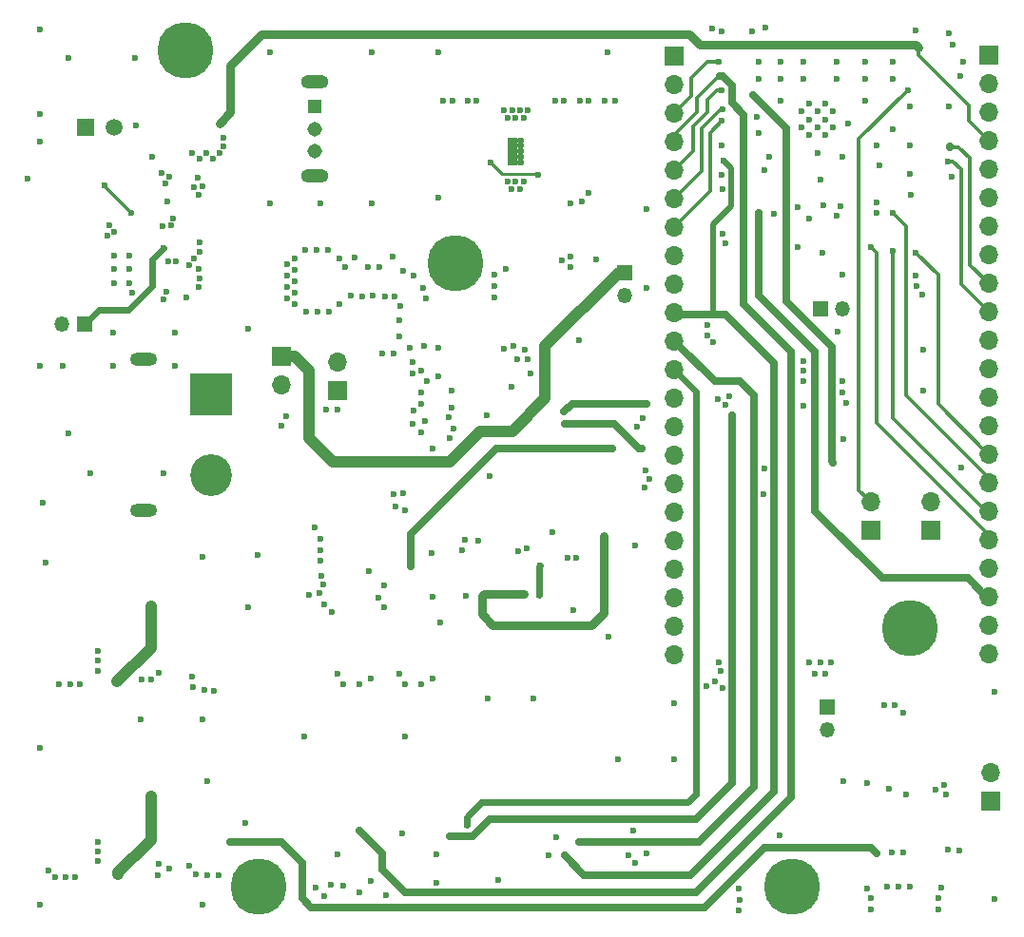
<source format=gbr>
%TF.GenerationSoftware,KiCad,Pcbnew,9.0.0*%
%TF.CreationDate,2025-05-21T17:06:58+02:00*%
%TF.ProjectId,DKWS_PCB,444b5753-5f50-4434-922e-6b696361645f,rev?*%
%TF.SameCoordinates,Original*%
%TF.FileFunction,Copper,L3,Inr*%
%TF.FilePolarity,Positive*%
%FSLAX46Y46*%
G04 Gerber Fmt 4.6, Leading zero omitted, Abs format (unit mm)*
G04 Created by KiCad (PCBNEW 9.0.0) date 2025-05-21 17:06:58*
%MOMM*%
%LPD*%
G01*
G04 APERTURE LIST*
%TA.AperFunction,HeatsinkPad*%
%ADD10C,0.600000*%
%TD*%
%TA.AperFunction,ComponentPad*%
%ADD11R,1.700000X1.700000*%
%TD*%
%TA.AperFunction,ComponentPad*%
%ADD12O,1.700000X1.700000*%
%TD*%
%TA.AperFunction,ComponentPad*%
%ADD13C,0.800000*%
%TD*%
%TA.AperFunction,ComponentPad*%
%ADD14C,5.000000*%
%TD*%
%TA.AperFunction,ComponentPad*%
%ADD15R,1.350000X1.350000*%
%TD*%
%TA.AperFunction,ComponentPad*%
%ADD16O,1.350000X1.350000*%
%TD*%
%TA.AperFunction,ComponentPad*%
%ADD17R,1.308000X1.308000*%
%TD*%
%TA.AperFunction,ComponentPad*%
%ADD18C,1.308000*%
%TD*%
%TA.AperFunction,ComponentPad*%
%ADD19O,2.460000X1.230000*%
%TD*%
%TA.AperFunction,ComponentPad*%
%ADD20C,1.508000*%
%TD*%
%TA.AperFunction,ComponentPad*%
%ADD21R,1.508000X1.508000*%
%TD*%
%TA.AperFunction,ComponentPad*%
%ADD22C,0.600000*%
%TD*%
%TA.AperFunction,ComponentPad*%
%ADD23R,3.716000X3.716000*%
%TD*%
%TA.AperFunction,ComponentPad*%
%ADD24C,3.716000*%
%TD*%
%TA.AperFunction,ComponentPad*%
%ADD25O,2.400000X1.200000*%
%TD*%
%TA.AperFunction,ViaPad*%
%ADD26C,0.600000*%
%TD*%
%TA.AperFunction,Conductor*%
%ADD27C,0.600000*%
%TD*%
%TA.AperFunction,Conductor*%
%ADD28C,0.300000*%
%TD*%
%TA.AperFunction,Conductor*%
%ADD29C,1.000000*%
%TD*%
%TA.AperFunction,Conductor*%
%ADD30C,0.750000*%
%TD*%
%TA.AperFunction,Conductor*%
%ADD31C,0.700000*%
%TD*%
%TA.AperFunction,Conductor*%
%ADD32C,0.250000*%
%TD*%
%TA.AperFunction,Conductor*%
%ADD33C,0.500000*%
%TD*%
G04 APERTURE END LIST*
D10*
%TO.N,3.3V GND*%
%TO.C,U1*%
X92318500Y-49315500D03*
X92318500Y-50715500D03*
X93018500Y-48615500D03*
X93018500Y-50015500D03*
X93018500Y-51415500D03*
X93718500Y-49315500D03*
X93718500Y-50715500D03*
X94418500Y-48615500D03*
X94418500Y-50015500D03*
X94418500Y-51415500D03*
X95118500Y-49315500D03*
X95118500Y-50715500D03*
%TD*%
D11*
%TO.N,3.3V GND*%
%TO.C,J1*%
X108968500Y-44285500D03*
D12*
%TO.N,Net-(J1-Pin_2)*%
X108968500Y-46825500D03*
%TO.N,Net-(J1-Pin_3)*%
X108968500Y-49365500D03*
%TO.N,Voltage Measure*%
X108968500Y-51905500D03*
%TO.N,Net-(J1-Pin_5)*%
X108968500Y-54445500D03*
%TO.N,Net-(J1-Pin_6)*%
X108968500Y-56985500D03*
%TO.N,Net-(J1-Pin_7)*%
X108968500Y-59525500D03*
%TO.N,Net-(J1-Pin_8)*%
X108968500Y-62065500D03*
%TO.N,Net-(J1-Pin_9)*%
X108968500Y-64605500D03*
%TO.N,Net-(J1-Pin_10)*%
X108968500Y-67145500D03*
%TO.N,Net-(J1-Pin_11)*%
X108968500Y-69685500D03*
%TO.N,Net-(J1-Pin_12)*%
X108968500Y-72225500D03*
%TO.N,Net-(J1-Pin_13)*%
X108968500Y-74765500D03*
%TO.N,Net-(J1-Pin_14)*%
X108968500Y-77305500D03*
%TO.N,Net-(J1-Pin_15)*%
X108968500Y-79845500D03*
%TO.N,Net-(J1-Pin_16)*%
X108968500Y-82385500D03*
%TO.N,Net-(J1-Pin_17)*%
X108968500Y-84925500D03*
%TO.N,Net-(J1-Pin_18)*%
X108968500Y-87465500D03*
%TO.N,Net-(J1-Pin_19)*%
X108968500Y-90005500D03*
%TO.N,Net-(J1-Pin_20)*%
X108968500Y-92545500D03*
%TO.N,3.3V GND*%
X108968500Y-95085500D03*
X108968500Y-97625500D03*
%TD*%
D11*
%TO.N,Net-(JP3-A)*%
%TO.C,JP3*%
X50968500Y-74140500D03*
D12*
%TO.N,Net-(JP3-B)*%
X50968500Y-71600500D03*
%TD*%
D13*
%TO.N,3.3V GND*%
%TO.C,H2*%
X59593500Y-62865500D03*
X60142675Y-61539675D03*
X60142675Y-64191325D03*
X61468500Y-60990500D03*
D14*
X61468500Y-62865500D03*
D13*
X61468500Y-64740500D03*
X62794325Y-61539675D03*
X62794325Y-64191325D03*
X63343500Y-62865500D03*
%TD*%
D15*
%TO.N,3.3V OUT*%
%TO.C,JP6*%
X93968500Y-66865500D03*
D16*
%TO.N,Net-(JP6-B)*%
X95968500Y-66865500D03*
%TD*%
D17*
%TO.N,3.3V GND*%
%TO.C,S1*%
X48968500Y-48865500D03*
D18*
%TO.N,Charger GND*%
X48968500Y-50865500D03*
%TO.N,unconnected-(S1-Pad3)*%
X48968500Y-52865500D03*
D19*
%TO.N,3.3V GND*%
X48968500Y-46665500D03*
X48968500Y-55065500D03*
%TD*%
D11*
%TO.N,5V OUT*%
%TO.C,JP9*%
X109158500Y-110740500D03*
D12*
%TO.N,Net-(D6-A)*%
X109158500Y-108200500D03*
%TD*%
D13*
%TO.N,3.3V GND*%
%TO.C,H1*%
X35593500Y-43865500D03*
X36142675Y-42539675D03*
X36142675Y-45191325D03*
X37468500Y-41990500D03*
D14*
X37468500Y-43865500D03*
D13*
X37468500Y-45740500D03*
X38794325Y-42539675D03*
X38794325Y-45191325D03*
X39343500Y-43865500D03*
%TD*%
D11*
%TO.N,Main_TXD*%
%TO.C,JP2*%
X98468500Y-86620500D03*
D12*
%TO.N,Net-(J1-Pin_3)*%
X98468500Y-84080500D03*
%TD*%
D11*
%TO.N,3.3V OUT*%
%TO.C,J2*%
X80968500Y-44365500D03*
D12*
X80968500Y-46905500D03*
%TO.N,Net-(J2-Pin_3)*%
X80968500Y-49445500D03*
%TO.N,Temperature*%
X80968500Y-51985500D03*
%TO.N,Sensors PWR*%
X80968500Y-54525500D03*
%TO.N,Net-(J2-Pin_6)*%
X80968500Y-57065500D03*
%TO.N,Net-(J2-Pin_7)*%
X80968500Y-59605500D03*
%TO.N,RS232_TX*%
X80968500Y-62145500D03*
%TO.N,RS232_RX*%
X80968500Y-64685500D03*
%TO.N,SDS_RX*%
X80968500Y-67225500D03*
%TO.N,SDS_TX*%
X80968500Y-69765500D03*
%TO.N,VEML_SDA*%
X80968500Y-72305500D03*
%TO.N,Net-(J2-Pin_13)*%
X80968500Y-74845500D03*
%TO.N,Net-(J2-Pin_14)*%
X80968500Y-77385500D03*
%TO.N,VEML_SCL*%
X80968500Y-79925500D03*
%TO.N,ESP-BC RST*%
X80968500Y-82465500D03*
%TO.N,PSM_EINT*%
X80968500Y-85005500D03*
%TO.N,Net-(J2-Pin_18)*%
X80968500Y-87545500D03*
%TO.N,Net-(J2-Pin_19)*%
X80968500Y-90085500D03*
%TO.N,Net-(J2-Pin_20)*%
X80968500Y-92625500D03*
%TO.N,5V OUT*%
X80968500Y-95165500D03*
%TO.N,3.3V GND*%
X80968500Y-97705500D03*
%TD*%
D15*
%TO.N,SENS GND*%
%TO.C,JP10*%
X94603500Y-102365500D03*
D16*
%TO.N,Net-(JP10-B)*%
X94603500Y-104365500D03*
%TD*%
D11*
%TO.N,Main_RXD*%
%TO.C,JP1*%
X103833500Y-86620500D03*
D12*
%TO.N,Net-(J1-Pin_2)*%
X103833500Y-84080500D03*
%TD*%
D10*
%TO.N,Charger GND*%
%TO.C,U3*%
X32468500Y-64565500D03*
X32468500Y-63365500D03*
X32468500Y-62165500D03*
X31068500Y-64565500D03*
X31068500Y-63365500D03*
X31068500Y-62165500D03*
%TD*%
D15*
%TO.N,Net-(J10-+)*%
%TO.C,JP8*%
X28468500Y-68265500D03*
D16*
%TO.N,Net-(D1-A)*%
X26468500Y-68265500D03*
%TD*%
D13*
%TO.N,N/C*%
%TO.C,H4*%
X42093500Y-118365500D03*
X42642675Y-117039675D03*
X42642675Y-119691325D03*
X43968500Y-116490500D03*
D14*
X43968500Y-118365500D03*
D13*
X43968500Y-120240500D03*
X45294325Y-117039675D03*
X45294325Y-119691325D03*
X45843500Y-118365500D03*
%TD*%
D15*
%TO.N,3.3V OUT*%
%TO.C,JP7*%
X76546000Y-63665500D03*
D16*
%TO.N,Net-(JP7-B)*%
X76546000Y-65665500D03*
%TD*%
D11*
%TO.N,3.3V OUT*%
%TO.C,JP5*%
X45968500Y-71090500D03*
D12*
%TO.N,Net-(JP5-B)*%
X45968500Y-73630500D03*
%TD*%
D20*
%TO.N,Battery GND*%
%TO.C,J6*%
X31063800Y-50703000D03*
D21*
%TO.N,Charger OUT*%
X28563800Y-50703000D03*
%TD*%
D22*
%TO.N,3.3V GND*%
%TO.C,U5*%
X67368500Y-53865500D03*
X66868500Y-53865500D03*
X66368500Y-53865500D03*
X67368500Y-53365500D03*
X66868500Y-53365500D03*
X66368500Y-53365500D03*
X67368500Y-52865500D03*
X66868500Y-52865500D03*
X66368500Y-52865500D03*
X67368500Y-52365500D03*
X66868500Y-52365500D03*
X66368500Y-52365500D03*
X67368500Y-51865500D03*
X66868500Y-51865500D03*
X66368500Y-51865500D03*
%TD*%
D13*
%TO.N,N/C*%
%TO.C,H5*%
X89593500Y-118365500D03*
X90142675Y-117039675D03*
X90142675Y-119691325D03*
X91468500Y-116490500D03*
D14*
X91468500Y-118365500D03*
D13*
X91468500Y-120240500D03*
X92794325Y-117039675D03*
X92794325Y-119691325D03*
X93343500Y-118365500D03*
%TD*%
D23*
%TO.N,Net-(J10-+)*%
%TO.C,J10*%
X39713500Y-74515500D03*
D24*
%TO.N,Charger GND*%
X39713500Y-81715500D03*
D25*
%TO.N,N/C*%
X33713500Y-71365500D03*
X33713500Y-84865500D03*
%TD*%
D13*
%TO.N,3.3V GND*%
%TO.C,H3*%
X100093500Y-95365500D03*
X100642675Y-94039675D03*
X100642675Y-96691325D03*
X101968500Y-93490500D03*
D14*
X101968500Y-95365500D03*
D13*
X101968500Y-97240500D03*
X103294325Y-94039675D03*
X103294325Y-96691325D03*
X103843500Y-95365500D03*
%TD*%
D26*
%TO.N,Net-(J10-+)*%
X35500000Y-61460500D03*
%TO.N,3.3V GND*%
X51146000Y-62440500D03*
X50121000Y-61615500D03*
X46468500Y-65940500D03*
X24500000Y-52000000D03*
X63340000Y-48380000D03*
X48000000Y-105000000D03*
X51691000Y-63165500D03*
X64968500Y-65865500D03*
X92468500Y-44865500D03*
X95968500Y-73365500D03*
X97968500Y-48365500D03*
X96000000Y-78500000D03*
X43000000Y-93500000D03*
X88950000Y-83370000D03*
X64968500Y-63865500D03*
X67968500Y-71365500D03*
X48968500Y-86365500D03*
X55998500Y-83385500D03*
X57778500Y-63955500D03*
X56588500Y-66665500D03*
X100468500Y-50865500D03*
X75000000Y-44000000D03*
X58758500Y-76865500D03*
X73360000Y-56560000D03*
X95468500Y-44865500D03*
X102468500Y-42085500D03*
X65968500Y-63365500D03*
X72020000Y-93730000D03*
X61191000Y-75665500D03*
X78500000Y-65000000D03*
X60000000Y-57000000D03*
X101968500Y-54865500D03*
X75710000Y-48380000D03*
X52968500Y-100365500D03*
X60000000Y-44000000D03*
X52528500Y-62275500D03*
X53178500Y-65755500D03*
X59500000Y-92510000D03*
X87918500Y-42185500D03*
X89128500Y-41865500D03*
X49191000Y-67115500D03*
X61308500Y-77515500D03*
X62590000Y-48380000D03*
X75159500Y-96110000D03*
X105758500Y-43325500D03*
X92500000Y-75550000D03*
X60370000Y-48380000D03*
X95968500Y-53365500D03*
X70968500Y-62555500D03*
X49468500Y-89365500D03*
X97968500Y-44865500D03*
X57658500Y-77105500D03*
X47146000Y-66440500D03*
X49968500Y-75865500D03*
X49778500Y-93195500D03*
X56968500Y-84865500D03*
X56868500Y-83325500D03*
X64968500Y-64865500D03*
X57798500Y-75945500D03*
X98968500Y-57365500D03*
X58468500Y-100365500D03*
X55908500Y-62235500D03*
X50968500Y-99365500D03*
X77688500Y-77415500D03*
X63519500Y-87540000D03*
X97968500Y-46365500D03*
X103078500Y-65655500D03*
X66138500Y-49865500D03*
X95968500Y-63865500D03*
X67265167Y-49225500D03*
X56968500Y-100365500D03*
X78368500Y-82765500D03*
X67568500Y-55575500D03*
X71768500Y-63145500D03*
X105468500Y-42365500D03*
X57468500Y-70365500D03*
X71150000Y-48380000D03*
X94268500Y-57665500D03*
X72540000Y-69690000D03*
X92458500Y-73335500D03*
X49728500Y-91465500D03*
X49468500Y-88365500D03*
X78191000Y-76665500D03*
X61191000Y-74165500D03*
X84328500Y-41915500D03*
X90468500Y-48365500D03*
X46468500Y-63940500D03*
X43010000Y-68630000D03*
X88468500Y-46365500D03*
X57691000Y-72665500D03*
X58468500Y-75365500D03*
X60119500Y-94840000D03*
X66551833Y-49225500D03*
X90468500Y-46365500D03*
X98968500Y-52365500D03*
X33050000Y-50520000D03*
X89038500Y-54525500D03*
X61280000Y-48380000D03*
X66863500Y-49865500D03*
X95468500Y-46365500D03*
X71708500Y-62215500D03*
X50218500Y-67115500D03*
X72240000Y-89100000D03*
X55118500Y-93455500D03*
X96268500Y-75255500D03*
X85518500Y-75445500D03*
X34520000Y-53300000D03*
X100468500Y-46365500D03*
X53691000Y-63165500D03*
X96468500Y-50365500D03*
X67588500Y-49865500D03*
X65808500Y-70485500D03*
X66691000Y-70165500D03*
X54000000Y-57500000D03*
X89468500Y-53365500D03*
X62089500Y-88400000D03*
X60898500Y-76545500D03*
X77500000Y-88000000D03*
X46468500Y-64940500D03*
X40850000Y-51630000D03*
X49121000Y-61615500D03*
X38700000Y-53510000D03*
X66148500Y-55575500D03*
X64290000Y-76340000D03*
X54968500Y-70865500D03*
X56818500Y-63465500D03*
X54691000Y-63165500D03*
X67950000Y-49220000D03*
X66468500Y-73865500D03*
X106500000Y-81000000D03*
X88358500Y-49825500D03*
X59380000Y-88610000D03*
X102088500Y-56725500D03*
X56468500Y-67865500D03*
X71520000Y-89100000D03*
X53968500Y-99865500D03*
X51468500Y-100365500D03*
X92458500Y-71535500D03*
X88468500Y-44865500D03*
X55158500Y-91545500D03*
X58908500Y-65915500D03*
X27000000Y-44500000D03*
X47146000Y-65440500D03*
X59468500Y-79365500D03*
X24500000Y-42000000D03*
X103168500Y-74195500D03*
X40870000Y-52400000D03*
X67080000Y-88500000D03*
X95968500Y-74365500D03*
X55968500Y-70865500D03*
X58468500Y-74365500D03*
X102498500Y-63925500D03*
X103168500Y-70555500D03*
X58468500Y-72365500D03*
X66508500Y-56255500D03*
X76000000Y-107000000D03*
X46430000Y-76420000D03*
X56108500Y-65765500D03*
X85888500Y-74655500D03*
X62409500Y-92440000D03*
X56468500Y-69365500D03*
X84468500Y-69865500D03*
X67278500Y-56255500D03*
X78758500Y-82045500D03*
X92468500Y-46365500D03*
X58968500Y-73365500D03*
X47146000Y-64440500D03*
X90468500Y-44865500D03*
X64409500Y-101610000D03*
X65838500Y-49225500D03*
X46468500Y-62940500D03*
X73370000Y-48380000D03*
X48468500Y-92365500D03*
X59468500Y-99865500D03*
X51146000Y-66440500D03*
X54148500Y-65705500D03*
X50468500Y-93865500D03*
X48191000Y-67115500D03*
X40520000Y-53000000D03*
X85178500Y-42205500D03*
X39270000Y-53030000D03*
X47146000Y-62440500D03*
X33000000Y-44500000D03*
X47146000Y-63440500D03*
X24500000Y-49500000D03*
X54000000Y-44000000D03*
X50968500Y-75865500D03*
X49418500Y-92235500D03*
X38020000Y-53040000D03*
X83968500Y-68365500D03*
X62319500Y-87490000D03*
X66968500Y-71365500D03*
X100468500Y-44865500D03*
X92458500Y-72405500D03*
X70130000Y-86800000D03*
X39910000Y-53520000D03*
X72570000Y-48380000D03*
X58691000Y-70165500D03*
X59968500Y-70365500D03*
X91968500Y-57865500D03*
X88990000Y-81080000D03*
X67638500Y-70545500D03*
X58468500Y-77865500D03*
X45000000Y-44000000D03*
X70400000Y-48380000D03*
X93778500Y-52995500D03*
X49468500Y-87365500D03*
X59968500Y-72865500D03*
X95548500Y-68915500D03*
X45000000Y-57500000D03*
X48121000Y-61615500D03*
X55228500Y-65755500D03*
X49548500Y-90645500D03*
X101968500Y-48865500D03*
X57691000Y-71665500D03*
X56168500Y-84505500D03*
X49500000Y-57500000D03*
X72720000Y-57340000D03*
X74820000Y-48380000D03*
X102528500Y-64815500D03*
X71750000Y-57480000D03*
X60968500Y-78365500D03*
X52198500Y-65675500D03*
X99258500Y-54125500D03*
X67840000Y-88200000D03*
X84848500Y-74965500D03*
X78388500Y-81315500D03*
X45990000Y-77290000D03*
X68409500Y-101610000D03*
X56468500Y-99365500D03*
X66858500Y-55575500D03*
X68148500Y-72665500D03*
X57000000Y-105000000D03*
X101968500Y-52365500D03*
X58578500Y-65015500D03*
X83948500Y-69235500D03*
X54648500Y-92585500D03*
X78500000Y-58000000D03*
X43840000Y-88830000D03*
%TO.N,Net-(J1-Pin_5)*%
X106738400Y-44835500D03*
%TO.N,Net-(J2-Pin_7)*%
X85233000Y-50124300D03*
%TO.N,Net-(J1-Pin_10)*%
X105388500Y-53735500D03*
%TO.N,Net-(J2-Pin_20)*%
X95758500Y-57715500D03*
%TO.N,Voltage Measure*%
X40468500Y-50365500D03*
X102733500Y-43586000D03*
%TO.N,SENS GND*%
X42760000Y-112720000D03*
X40018500Y-100895500D03*
X83858500Y-100535500D03*
X51488500Y-118265500D03*
X50988500Y-115475500D03*
X27638500Y-117535500D03*
X55318500Y-119115500D03*
X24500000Y-120000000D03*
X94968500Y-98365500D03*
X105218500Y-110155500D03*
X39000000Y-103500000D03*
X100968500Y-118365500D03*
X78538500Y-115365500D03*
X29628500Y-115258833D03*
X92968500Y-98365500D03*
X33500000Y-103500000D03*
X77300000Y-113380000D03*
X50368500Y-118235500D03*
X104238500Y-109765500D03*
X49768500Y-119175500D03*
X56710000Y-113650000D03*
X105048500Y-109265500D03*
X33528500Y-99945500D03*
X100648500Y-102235500D03*
X101360000Y-115290000D03*
X104468500Y-119365500D03*
X34958500Y-117315500D03*
X98468500Y-119365500D03*
X65328500Y-117775500D03*
X105360000Y-115100000D03*
X36028500Y-116755500D03*
X39138500Y-100815500D03*
X101968500Y-118365500D03*
X27160000Y-100365500D03*
X86778500Y-119545500D03*
X85138500Y-99175500D03*
X25878500Y-117535500D03*
X29618500Y-99107167D03*
X100370000Y-115290000D03*
X109500000Y-119500000D03*
X38418500Y-117255500D03*
X34438500Y-99945500D03*
X85248500Y-100645500D03*
X81000000Y-107000000D03*
X24500000Y-106000000D03*
X25268500Y-116955500D03*
X84648500Y-100055500D03*
X29628500Y-114395500D03*
X109500000Y-101000000D03*
X39000000Y-120000000D03*
X70448500Y-113955500D03*
X99718500Y-102195500D03*
X86748500Y-120465500D03*
X35078500Y-99305500D03*
X101408500Y-102835500D03*
X84968500Y-98365500D03*
X81000000Y-102000000D03*
X93468500Y-99365500D03*
X106390000Y-115120000D03*
X59800000Y-115480000D03*
X76928500Y-115585500D03*
X39368500Y-117385500D03*
X59840000Y-118030000D03*
X90380000Y-113820000D03*
X86728500Y-118575500D03*
X40398500Y-117315500D03*
X98468500Y-120365500D03*
X29628500Y-116122167D03*
X39000000Y-89000000D03*
X53968500Y-117865500D03*
X26758500Y-117535500D03*
X38108500Y-100555500D03*
X49078500Y-118485500D03*
X26228500Y-100345500D03*
X98118500Y-118545500D03*
X99968500Y-118365500D03*
X69810000Y-115570000D03*
X52968500Y-118865500D03*
X98160000Y-109120000D03*
X104788500Y-118445500D03*
X25000000Y-89500000D03*
X93968500Y-98365500D03*
X28090000Y-100365500D03*
X96000000Y-109000000D03*
X77508500Y-116275500D03*
X104468500Y-120365500D03*
X29618500Y-98243833D03*
X38048500Y-99635500D03*
X37808500Y-116545500D03*
X39410000Y-109010000D03*
X94468500Y-99365500D03*
X35118500Y-116335500D03*
X29618500Y-97380500D03*
%TO.N,12V OUT*%
X98968500Y-115365500D03*
X41468500Y-114365500D03*
%TO.N,Net-(J2-Pin_3)*%
X84968500Y-44865500D03*
%TO.N,Net-(J2-Pin_13)*%
X85324800Y-60221800D03*
%TO.N,Net-(J2-Pin_14)*%
X85536100Y-61082200D03*
%TO.N,Net-(J1-Pin_20)*%
X88468500Y-58365500D03*
%TO.N,Net-(J1-Pin_18)*%
X98468500Y-61365500D03*
%TO.N,Net-(J1-Pin_16)*%
X100468500Y-58365500D03*
%TO.N,Net-(J1-Pin_19)*%
X93968500Y-55365500D03*
%TO.N,Net-(J2-Pin_19)*%
X95468500Y-58565500D03*
%TO.N,Net-(J1-Pin_3)*%
X101799500Y-47375500D03*
%TO.N,Net-(J1-Pin_2)*%
X106468500Y-46105500D03*
%TO.N,Net-(J2-Pin_18)*%
X94206300Y-61865500D03*
%TO.N,Net-(J1-Pin_15)*%
X102468500Y-61865500D03*
%TO.N,Net-(J1-Pin_9)*%
X105478500Y-52435500D03*
%TO.N,VEML_SDA*%
X82218500Y-110835500D03*
X62468500Y-112865500D03*
X85246400Y-56233000D03*
%TO.N,Net-(J1-Pin_11)*%
X105718500Y-55115500D03*
%TO.N,Net-(J2-Pin_6)*%
X85248400Y-49085600D03*
%TO.N,Net-(J1-Pin_6)*%
X105468500Y-48865500D03*
%TO.N,VEML_SCL*%
X86128500Y-76365500D03*
X60968500Y-113865500D03*
X80968500Y-112365500D03*
X89817500Y-58440500D03*
%TO.N,Net-(J1-Pin_17)*%
X100468500Y-61746413D03*
%TO.N,RS232_TX*%
X88498500Y-51185500D03*
X100103500Y-109638000D03*
X98968500Y-58365500D03*
%TO.N,SDS_RX*%
X71190000Y-115610000D03*
X85404400Y-53688100D03*
%TO.N,Net-(U4-CS)*%
X30267500Y-55890500D03*
X32629500Y-58365500D03*
%TO.N,Net-(D4-A)*%
X34398500Y-110345500D03*
X31468500Y-117225500D03*
%TO.N,Net-(D5-A)*%
X31378500Y-100095500D03*
X34388500Y-93365500D03*
%TO.N,RS232_RX*%
X101603500Y-110138000D03*
X85199100Y-52284400D03*
%TO.N,SDS_TX*%
X85185500Y-54964600D03*
X72468500Y-114365500D03*
%TO.N,PSM_EINT*%
X92968500Y-58865500D03*
X74018500Y-62505500D03*
%TO.N,Temperature*%
X52968500Y-113365500D03*
X80968500Y-118865500D03*
X85000500Y-46143400D03*
%TO.N,Net-(U5-EN)*%
X68858500Y-54945500D03*
X64618500Y-53865500D03*
%TO.N,Sensors PWR*%
X85185500Y-47402900D03*
X95138500Y-80625500D03*
X87968500Y-47865500D03*
%TO.N,Main_RXD*%
X78468500Y-75365500D03*
X71168500Y-76065500D03*
%TO.N,Main_TXD*%
X71268500Y-77165500D03*
X78098500Y-79365500D03*
%TO.N,BC660K Reset*%
X57541000Y-89845500D03*
X75468500Y-79365500D03*
%TO.N,BC660K Boot*%
X53760000Y-90260000D03*
X64560000Y-81770000D03*
%TO.N,ESP-BC RST*%
X91968500Y-61365500D03*
%TO.N,Charger GND*%
X36020000Y-55080000D03*
X23410000Y-55300000D03*
X36140000Y-59480000D03*
X38640000Y-56770000D03*
X36350000Y-58830000D03*
X24740000Y-84160000D03*
X30468500Y-60365500D03*
X38730000Y-61000000D03*
X35700000Y-55730000D03*
X36500000Y-69000000D03*
X38720000Y-61850000D03*
X31000000Y-69000000D03*
X37800000Y-63020000D03*
X29000000Y-81500000D03*
X38710000Y-64140000D03*
X35450000Y-59510000D03*
X38630000Y-64930000D03*
X38610000Y-63360000D03*
X31060000Y-59990000D03*
X32710000Y-65410000D03*
X26500000Y-72000000D03*
X39000000Y-56000000D03*
X38210000Y-62420000D03*
X35720000Y-65350000D03*
X36610000Y-62680000D03*
X31000000Y-72000000D03*
X30640000Y-59400000D03*
X35840000Y-57340000D03*
X35470000Y-66010000D03*
X36500000Y-72000000D03*
X35900000Y-62690000D03*
X24500000Y-72000000D03*
X27000000Y-78000000D03*
X35500000Y-81500000D03*
X38180000Y-56070000D03*
X35350000Y-54780000D03*
X37500000Y-65865500D03*
X38570000Y-55240000D03*
%TO.N,Net-(J12-CLK)*%
X68910500Y-92340000D03*
X69031000Y-89744500D03*
%TO.N,Net-(J12-VCC)*%
X74689500Y-87160000D03*
X63830500Y-92490000D03*
X67599500Y-92260000D03*
%TD*%
D27*
%TO.N,Net-(J10-+)*%
X32341037Y-67000000D02*
X34500000Y-64841037D01*
X34500000Y-62460500D02*
X35500000Y-61460500D01*
X29734000Y-67000000D02*
X32341037Y-67000000D01*
X28468500Y-68265500D02*
X29734000Y-67000000D01*
X34500000Y-64841037D02*
X34500000Y-62460500D01*
D28*
%TO.N,Net-(J2-Pin_7)*%
X84168500Y-56405500D02*
X80968500Y-59605500D01*
X85229700Y-50124300D02*
X84168500Y-51185500D01*
X85233000Y-50124300D02*
X85229700Y-50124300D01*
X84168500Y-51185500D02*
X84168500Y-56405500D01*
%TO.N,Net-(J1-Pin_10)*%
X108958500Y-67145500D02*
X108968500Y-67145500D01*
X105388500Y-53735500D02*
X105774411Y-53735500D01*
X106508500Y-64695500D02*
X108958500Y-67145500D01*
X106508500Y-54469589D02*
X106508500Y-64695500D01*
X105774411Y-53735500D02*
X106508500Y-54469589D01*
D29*
%TO.N,3.3V OUT*%
X48468500Y-72365500D02*
X48468500Y-78365500D01*
X45968500Y-71090500D02*
X47193500Y-71090500D01*
X76028500Y-63665500D02*
X76546000Y-63665500D01*
X63708000Y-77792000D02*
X66542000Y-77792000D01*
X48468500Y-78365500D02*
X50603000Y-80500000D01*
X47193500Y-71090500D02*
X48468500Y-72365500D01*
X50603000Y-80500000D02*
X61000000Y-80500000D01*
X69468500Y-74865500D02*
X69468500Y-70225500D01*
X61000000Y-80500000D02*
X63708000Y-77792000D01*
X69468500Y-70225500D02*
X76028500Y-63665500D01*
X66542000Y-77792000D02*
X69468500Y-74865500D01*
D30*
%TO.N,Voltage Measure*%
X41468500Y-49365500D02*
X40468500Y-50365500D01*
D28*
X102733500Y-43586000D02*
X102733500Y-44310500D01*
X107197500Y-48774500D02*
X107197500Y-50134500D01*
D30*
X102733500Y-43586000D02*
X102513000Y-43365500D01*
D28*
X107197500Y-50134500D02*
X108968500Y-51905500D01*
D30*
X102513000Y-43365500D02*
X83268500Y-43365500D01*
X83268500Y-43365500D02*
X82358500Y-42455500D01*
X82358500Y-42455500D02*
X44218500Y-42455500D01*
X44218500Y-42455500D02*
X41468500Y-45205500D01*
D28*
X102733500Y-44310500D02*
X107197500Y-48774500D01*
D30*
X41468500Y-45205500D02*
X41468500Y-49365500D01*
D31*
%TO.N,12V OUT*%
X47858500Y-119395500D02*
X47858500Y-116255500D01*
X98468500Y-114865500D02*
X88968500Y-114865500D01*
X45968500Y-114365500D02*
X41468500Y-114365500D01*
X88968500Y-114865500D02*
X83638500Y-120195500D01*
X47858500Y-116255500D02*
X45968500Y-114365500D01*
X83638500Y-120195500D02*
X48658500Y-120195500D01*
X48658500Y-120195500D02*
X47858500Y-119395500D01*
X98968500Y-115365500D02*
X98468500Y-114865500D01*
D28*
%TO.N,Net-(J2-Pin_3)*%
X84968500Y-44865500D02*
X83958500Y-44865500D01*
X82468500Y-46355500D02*
X82468500Y-47945500D01*
X83958500Y-44865500D02*
X82468500Y-46355500D01*
X82468500Y-47945500D02*
X80968500Y-49445500D01*
D31*
%TO.N,Net-(J1-Pin_20)*%
X99468500Y-90865500D02*
X107098500Y-90865500D01*
X93528500Y-84925500D02*
X99468500Y-90865500D01*
X93528500Y-70735500D02*
X93528500Y-84925500D01*
X88468500Y-65675500D02*
X93528500Y-70735500D01*
X107098500Y-90865500D02*
X108858500Y-92625500D01*
X88468500Y-58365500D02*
X88468500Y-65675500D01*
D28*
%TO.N,Net-(J1-Pin_18)*%
X98968500Y-61865500D02*
X98968500Y-77075500D01*
X98468500Y-61365500D02*
X98968500Y-61865500D01*
X108968500Y-87075500D02*
X108968500Y-87465500D01*
X98968500Y-77075500D02*
X108968500Y-87075500D01*
%TO.N,Net-(J1-Pin_16)*%
X101617500Y-59514500D02*
X101617500Y-74614500D01*
X101617500Y-74614500D02*
X109468500Y-82465500D01*
X100468500Y-58365500D02*
X101617500Y-59514500D01*
D32*
%TO.N,Net-(J2-Pin_19)*%
X81171850Y-90085500D02*
X80968500Y-90085500D01*
D28*
%TO.N,Net-(J1-Pin_3)*%
X97428500Y-83040500D02*
X98468500Y-84080500D01*
X101799500Y-47375500D02*
X97428500Y-51746500D01*
X97428500Y-51746500D02*
X97428500Y-83040500D01*
%TO.N,Net-(J1-Pin_15)*%
X108938500Y-79845500D02*
X108968500Y-79845500D01*
X104468500Y-75375500D02*
X108938500Y-79845500D01*
X104468500Y-63865500D02*
X104468500Y-75375500D01*
X102468500Y-61865500D02*
X104468500Y-63865500D01*
%TO.N,Net-(J1-Pin_9)*%
X107318500Y-53465500D02*
X107318500Y-62955500D01*
X105498500Y-52455500D02*
X106308500Y-52455500D01*
D31*
X105478500Y-52435500D02*
X105498500Y-52455500D01*
D28*
X106308500Y-52455500D02*
X107318500Y-53465500D01*
X107318500Y-62955500D02*
X108968500Y-64605500D01*
D27*
%TO.N,VEML_SDA*%
X62468500Y-112865500D02*
X62468500Y-112185500D01*
X63818500Y-110835500D02*
X82168500Y-110835500D01*
X82168500Y-110835500D02*
X82878500Y-110125500D01*
X62468500Y-112185500D02*
X63818500Y-110835500D01*
X82878500Y-110125500D02*
X82878500Y-74215500D01*
X82878500Y-74215500D02*
X80968500Y-72305500D01*
D28*
%TO.N,Net-(J2-Pin_6)*%
X80968500Y-57065500D02*
X83398500Y-54635500D01*
X83398500Y-50826014D02*
X85138914Y-49085600D01*
X85138914Y-49085600D02*
X85248400Y-49085600D01*
X83398500Y-54635500D02*
X83398500Y-50826014D01*
D31*
%TO.N,VEML_SCL*%
X86128500Y-76365500D02*
X86128500Y-109145500D01*
X63048500Y-113865500D02*
X60968500Y-113865500D01*
X86128500Y-109145500D02*
X82908500Y-112365500D01*
X82908500Y-112365500D02*
X64548500Y-112365500D01*
X64548500Y-112365500D02*
X63048500Y-113865500D01*
D28*
%TO.N,Net-(J1-Pin_17)*%
X108828500Y-85005500D02*
X108888500Y-85005500D01*
X100478500Y-76655500D02*
X108828500Y-85005500D01*
X108888500Y-85005500D02*
X108968500Y-84925500D01*
X100478500Y-61756413D02*
X100478500Y-76655500D01*
X100468500Y-61746413D02*
X100478500Y-61756413D01*
D31*
%TO.N,SDS_RX*%
X89828500Y-109905500D02*
X89828500Y-71695500D01*
X82368500Y-117365500D02*
X89828500Y-109905500D01*
D33*
X84468500Y-59365500D02*
X86078500Y-57755500D01*
D29*
X81108500Y-67365500D02*
X80968500Y-67225500D01*
D33*
X84468500Y-59365500D02*
X84468500Y-67345500D01*
D31*
X71190000Y-115610000D02*
X72945500Y-117365500D01*
D33*
X86078500Y-57755500D02*
X86078500Y-54362200D01*
D31*
X89828500Y-71695500D02*
X85498500Y-67365500D01*
X72945500Y-117365500D02*
X82368500Y-117365500D01*
X85498500Y-67365500D02*
X81108500Y-67365500D01*
D33*
X86078500Y-54362200D02*
X85404400Y-53688100D01*
D32*
%TO.N,Net-(U4-CS)*%
X30267500Y-56003500D02*
X32629500Y-58365500D01*
X30267500Y-55890500D02*
X30267500Y-56003500D01*
D29*
%TO.N,Net-(D4-A)*%
X31468500Y-117225500D02*
X31468500Y-117102799D01*
X34398500Y-114185500D02*
X34398500Y-110345500D01*
X34218500Y-114365500D02*
X34398500Y-114185500D01*
X31468500Y-117102799D02*
X34205799Y-114365500D01*
X34205799Y-114365500D02*
X34218500Y-114365500D01*
%TO.N,Net-(D5-A)*%
X34388500Y-97085500D02*
X31378500Y-100095500D01*
X34388500Y-93365500D02*
X34388500Y-97085500D01*
D31*
%TO.N,SDS_TX*%
X84568500Y-73365500D02*
X86818500Y-73365500D01*
X83138500Y-114365500D02*
X72468500Y-114365500D01*
X80968500Y-69765500D02*
X84568500Y-73365500D01*
X88044400Y-109459600D02*
X83138500Y-114365500D01*
X86818500Y-73365500D02*
X88044400Y-74591400D01*
X88044400Y-74591400D02*
X88044400Y-109459600D01*
D33*
%TO.N,Temperature*%
X80968500Y-51365500D02*
X80968500Y-51985500D01*
D28*
X82998500Y-49335500D02*
X80968500Y-51365500D01*
D31*
X87178500Y-49575500D02*
X87178500Y-66485500D01*
X87178500Y-66485500D02*
X91388500Y-70695500D01*
X54968500Y-115365500D02*
X52968500Y-113365500D01*
X86136500Y-48533500D02*
X87178500Y-49575500D01*
X85270918Y-46143400D02*
X86136500Y-47008982D01*
X86136500Y-47008982D02*
X86136500Y-48533500D01*
X82928500Y-118865500D02*
X80968500Y-118865500D01*
X80968500Y-118865500D02*
X56968500Y-118865500D01*
X91388500Y-70695500D02*
X91388500Y-110405500D01*
X85000500Y-46143400D02*
X85270918Y-46143400D01*
X54968500Y-115865500D02*
X54968500Y-115365500D01*
X56968500Y-118865500D02*
X54968500Y-116865500D01*
X91388500Y-110405500D02*
X82928500Y-118865500D01*
X54968500Y-116865500D02*
X54968500Y-115865500D01*
D28*
X82998500Y-48057600D02*
X82998500Y-49335500D01*
X84912700Y-46143400D02*
X82998500Y-48057600D01*
D32*
%TO.N,Net-(U5-EN)*%
X68858500Y-54945500D02*
X68778500Y-54865500D01*
X65618500Y-54865500D02*
X64618500Y-53865500D01*
X68778500Y-54865500D02*
X65618500Y-54865500D01*
D31*
%TO.N,Sensors PWR*%
X90928500Y-66245500D02*
X90928500Y-50825500D01*
X90928500Y-50825500D02*
X87968500Y-47865500D01*
D28*
X83908500Y-49346154D02*
X82618500Y-50636154D01*
D31*
X94988500Y-70305500D02*
X90928500Y-66245500D01*
X95138500Y-80625500D02*
X94988500Y-80475500D01*
D28*
X83908500Y-48275500D02*
X83908500Y-49346154D01*
D31*
X94988500Y-80475500D02*
X94988500Y-70305500D01*
D28*
X85185500Y-47402900D02*
X84781100Y-47402900D01*
X82618500Y-52875500D02*
X80968500Y-54525500D01*
X82618500Y-50636154D02*
X82618500Y-52875500D01*
X84781100Y-47402900D02*
X83908500Y-48275500D01*
D32*
%TO.N,Main_RXD*%
X103723500Y-86620500D02*
X103833500Y-86620500D01*
D31*
X71868500Y-75365500D02*
X78468500Y-75365500D01*
X71168500Y-76065500D02*
X71868500Y-75365500D01*
%TO.N,Main_TXD*%
X75618500Y-77165500D02*
X71268500Y-77165500D01*
X77818500Y-79365500D02*
X75618500Y-77165500D01*
X78098500Y-79365500D02*
X77818500Y-79365500D01*
%TO.N,BC660K Reset*%
X57541000Y-86959000D02*
X65134500Y-79365500D01*
X65134500Y-79365500D02*
X75446000Y-79365500D01*
X57541000Y-89845500D02*
X57541000Y-86959000D01*
D27*
%TO.N,Net-(J12-CLK)*%
X68910500Y-92340000D02*
X68910500Y-89865000D01*
X68910500Y-89865000D02*
X69021000Y-89754500D01*
D30*
%TO.N,Net-(J12-VCC)*%
X64829500Y-95100000D02*
X73599500Y-95100000D01*
X63830500Y-94101000D02*
X64829500Y-95100000D01*
X63830500Y-92490000D02*
X63830500Y-94101000D01*
X67599500Y-92260000D02*
X64060500Y-92260000D01*
X73599500Y-95100000D02*
X74689500Y-94010000D01*
X64060500Y-92260000D02*
X63830500Y-92490000D01*
X74689500Y-94010000D02*
X74689500Y-87160000D01*
%TD*%
M02*

</source>
